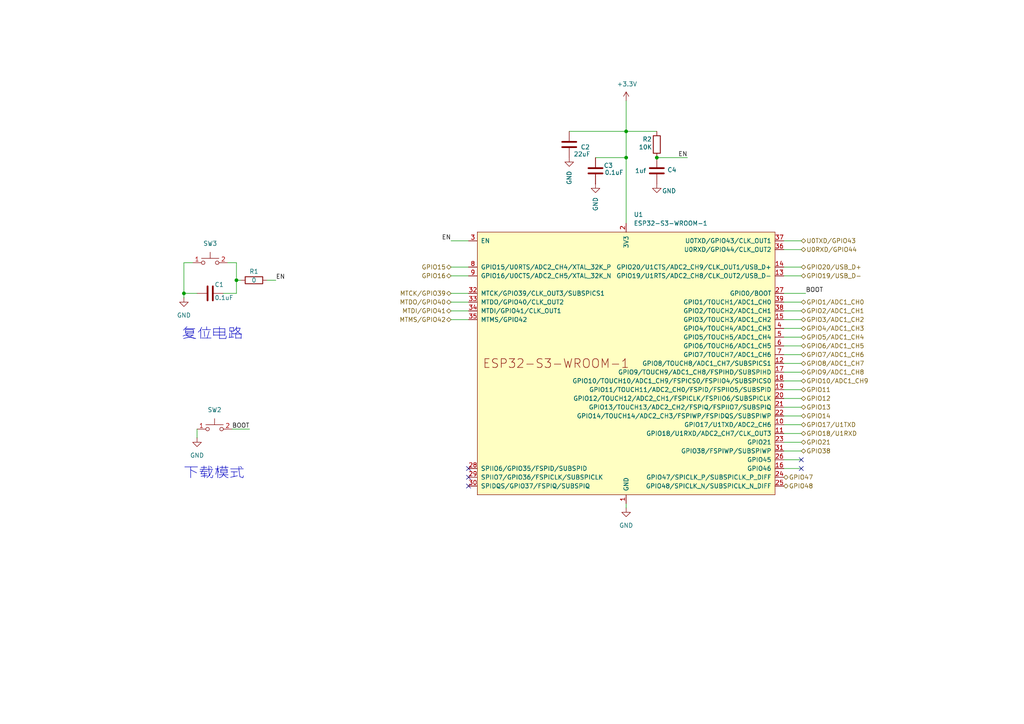
<source format=kicad_sch>
(kicad_sch (version 20250114) (generator "eeschema") (generator_version "9.0")
  (paper "A4")
  (lib_symbols
    (symbol "EXT_Switch:SW_Push"
      (property "Reference" "U" (at 0 0 0))
      (symbol "SW_Push_0_1"
        (circle (center -2.032 2.54) (radius 0.508))
        (polyline (pts (xy 0 3.81) (xy 0 5.588)))
        (circle (center 2.032 2.54) (radius 0.508))
        (polyline (pts (xy 2.54 3.81) (xy -2.54 3.81)))
        (pin passive line (at -5.08 2.54 0) (length 2.54) (name "") (number "1"))
        (pin passive line (at 5.08 2.54 180) (length 2.54) (name "") (number "2"))
      )
    )
    (symbol "Library:+3.3V" (power) (pin_numbers (hide yes)) (pin_names (offset 0) (hide yes))
      (property "Value" "+3.3V" (at 0 3.556 0))
      (symbol "+3.3V_0_1"
        (polyline (pts (xy -0.762 1.27) (xy 0 2.54)))
        (polyline (pts (xy 0 2.54) (xy 0.762 1.27)))
        (polyline (pts (xy 0 0) (xy 0 2.54)))
      )
      (symbol "+3.3V_1_1"
        (pin power_in line (at 0 0 90) (length 0) (name "~") (number "1"))
      )
    )
    (symbol "Library:C" (pin_numbers (hide yes)) (pin_names (offset 0.254))
      (property "Reference" "C" (at 0.635 2.54 0))
      (property "Value" "C" (at 0.635 -2.54 0))
      (symbol "C_0_1"
        (polyline (pts (xy -2.032 0.762) (xy 2.032 0.762)) (stroke (width 0.508)))
        (polyline (pts (xy -2.032 -0.762) (xy 2.032 -0.762)) (stroke (width 0.508)))
      )
      (symbol "C_1_1"
        (pin passive line (at 0 3.81 270) (length 2.794) (name "~") (number "1"))
        (pin passive line (at 0 -3.81 90) (length 2.794) (name "~") (number "2"))
      )
    )
    (symbol "Library:ESP32-S3-WROOM-1" (pin_names (offset 1.016))
      (property "Reference" "U" (at -43.18 43.18 0))
      (property "Value" "ESP32-S3-WROOM-1" (at -43.18 40.64 0))
      (symbol "ESP32-S3-WROOM-1_0_0"
        (text "ESP32-S3-WROOM-1" (at -20.32 0 0) (effects (font (size 2.54 2.54))))
        (pin input line (at -45.72 35.56 0) (length 2.54) (name "EN") (number "3"))
        (pin bidirectional line (at -45.72 27.94 0) (length 2.54) (name "GPIO15/U0RTS/ADC2_CH4/XTAL_32K_P") (number "8"))
        (pin bidirectional line (at -45.72 25.4 0) (length 2.54) (name "GPIO16/U0CTS/ADC2_CH5/XTAL_32K_N") (number "9"))
        (pin bidirectional line (at -45.72 20.32 0) (length 2.54) (name "MTCK/GPIO39/CLK_OUT3/SUBSPICS1") (number "32"))
        (pin bidirectional line (at -45.72 17.78 0) (length 2.54) (name "MTDO/GPIO40/CLK_OUT2") (number "33"))
        (pin bidirectional line (at -45.72 15.24 0) (length 2.54) (name "MTDI/GPIO41/CLK_OUT1") (number "34"))
        (pin bidirectional line (at -45.72 12.7 0) (length 2.54) (name "MTMS/GPIO42") (number "35"))
        (pin bidirectional line (at -45.72 -30.48 0) (length 2.54) (name "SPIIO6/GPIO35/FSPID/SUBSPID") (number "28"))
        (pin bidirectional line (at -45.72 -33.02 0) (length 2.54) (name "SPIIO7/GPIO36/FSPICLK/SUBSPICLK") (number "29"))
        (pin bidirectional line (at -45.72 -35.56 0) (length 2.54) (name "SPIDQS/GPIO37/FSPIQ/SUBSPIQ") (number "30"))
        (pin power_in line (at 0 40.64 270) (length 2.54) (name "3V3") (number "2"))
        (pin power_in line (at 0 -40.64 90) (length 2.54) (name "GND") (number "1"))
        (pin passive line (at 0 -40.64 90) (length 2.54) (hide yes) (name "GND") (number "40"))
        (pin passive line (at 0 -40.64 90) (length 2.54) (hide yes) (name "GND") (number "41"))
        (pin bidirectional line (at 45.72 35.56 180) (length 2.54) (name "U0TXD/GPIO43/CLK_OUT1") (number "37"))
        (pin bidirectional line (at 45.72 33.02 180) (length 2.54) (name "U0RXD/GPIO44/CLK_OUT2") (number "36"))
        (pin bidirectional line (at 45.72 27.94 180) (length 2.54) (name "GPIO20/U1CTS/ADC2_CH9/CLK_OUT1/USB_D+") (number "14"))
        (pin bidirectional line (at 45.72 25.4 180) (length 2.54) (name "GPIO19/U1RTS/ADC2_CH8/CLK_OUT2/USB_D-") (number "13"))
        (pin bidirectional line (at 45.72 20.32 180) (length 2.54) (name "GPIO0/BOOT") (number "27"))
        (pin bidirectional line (at 45.72 17.78 180) (length 2.54) (name "GPIO1/TOUCH1/ADC1_CH0") (number "39"))
        (pin bidirectional line (at 45.72 15.24 180) (length 2.54) (name "GPIO2/TOUCH2/ADC1_CH1") (number "38"))
        (pin bidirectional line (at 45.72 12.7 180) (length 2.54) (name "GPIO3/TOUCH3/ADC1_CH2") (number "15"))
        (pin bidirectional line (at 45.72 10.16 180) (length 2.54) (name "GPIO4/TOUCH4/ADC1_CH3") (number "4"))
        (pin bidirectional line (at 45.72 7.62 180) (length 2.54) (name "GPIO5/TOUCH5/ADC1_CH4") (number "5"))
        (pin bidirectional line (at 45.72 5.08 180) (length 2.54) (name "GPIO6/TOUCH6/ADC1_CH5") (number "6"))
        (pin bidirectional line (at 45.72 2.54 180) (length 2.54) (name "GPIO7/TOUCH7/ADC1_CH6") (number "7"))
        (pin bidirectional line (at 45.72 0 180) (length 2.54) (name "GPIO8/TOUCH8/ADC1_CH7/SUBSPICS1") (number "12"))
        (pin bidirectional line (at 45.72 -2.54 180) (length 2.54) (name "GPIO9/TOUCH9/ADC1_CH8/FSPIHD/SUBSPIHD") (number "17"))
        (pin bidirectional line (at 45.72 -5.08 180) (length 2.54) (name "GPIO10/TOUCH10/ADC1_CH9/FSPICS0/FSPIIO4/SUBSPICS0") (number "18"))
        (pin bidirectional line (at 45.72 -7.62 180) (length 2.54) (name "GPIO11/TOUCH11/ADC2_CH0/FSPID/FSPIIO5/SUBSPID") (number "19"))
        (pin bidirectional line (at 45.72 -10.16 180) (length 2.54) (name "GPIO12/TOUCH12/ADC2_CH1/FSPICLK/FSPIIO6/SUBSPICLK") (number "20"))
        (pin bidirectional line (at 45.72 -12.7 180) (length 2.54) (name "GPIO13/TOUCH13/ADC2_CH2/FSPIQ/FSPIIO7/SUBSPIQ") (number "21"))
        (pin bidirectional line (at 45.72 -15.24 180) (length 2.54) (name "GPIO14/TOUCH14/ADC2_CH3/FSPIWP/FSPIDQS/SUBSPIWP") (number "22"))
        (pin bidirectional line (at 45.72 -17.78 180) (length 2.54) (name "GPIO17/U1TXD/ADC2_CH6") (number "10"))
        (pin bidirectional line (at 45.72 -20.32 180) (length 2.54) (name "GPIO18/U1RXD/ADC2_CH7/CLK_OUT3") (number "11"))
        (pin bidirectional line (at 45.72 -22.86 180) (length 2.54) (name "GPIO21") (number "23"))
        (pin bidirectional line (at 45.72 -25.4 180) (length 2.54) (name "GPIO38/FSPIWP/SUBSPIWP") (number "31"))
        (pin bidirectional line (at 45.72 -27.94 180) (length 2.54) (name "GPIO45") (number "26"))
        (pin bidirectional line (at 45.72 -30.48 180) (length 2.54) (name "GPIO46") (number "16"))
        (pin bidirectional line (at 45.72 -33.02 180) (length 2.54) (name "GPIO47/SPICLK_P/SUBSPICLK_P_DIFF") (number "24"))
        (pin bidirectional line (at 45.72 -35.56 180) (length 2.54) (name "GPIO48/SPICLK_N/SUBSPICLK_N_DIFF") (number "25"))
      )
      (symbol "ESP32-S3-WROOM-1_0_1"
        (rectangle (start -43.18 38.1) (end 43.18 -38.1) (fill (type background)))
      )
    )
    (symbol "Library:GND" (power) (pin_numbers (hide yes)) (pin_names (offset 0) (hide yes))
      (property "Value" "GND" (at 0 -3.81 0))
      (symbol "GND_0_1"
        (polyline (pts (xy 0 0) (xy 0 -1.27) (xy 1.27 -1.27) (xy 0 -2.54) (xy -1.27 -1.27) (xy 0 -1.27)))
      )
      (symbol "GND_1_1"
        (pin power_in line (at 0 0 270) (length 0) (name "~") (number "1"))
      )
    )
    (symbol "Library:R" (pin_numbers (hide yes)) (pin_names (offset 0))
      (property "Reference" "R" (at 2.032 0 90))
      (property "Value" "R" (at 0 0 90))
      (symbol "R_0_1"
        (rectangle (start -1.016 -2.54) (end 1.016 2.54) (stroke (width 0.254)))
      )
      (symbol "R_1_1"
        (pin passive line (at 0 3.81 270) (length 1.27) (name "~") (number "1"))
        (pin passive line (at 0 -3.81 90) (length 1.27) (name "~") (number "2"))
      )
    )
  )
  (text "下载模式" (at 71.12 139.192 0) (effects (font (size 3 3)) (justify right bottom)))
  (text "复位电路\n" (at 70.612 98.806 0) (effects (font (size 3 3)) (justify right bottom)))
  (junction (at 190.5 45.72))
  (junction (at 181.61 45.72))
  (junction (at 53.34 85.09))
  (junction (at 181.61 38.1))
  (junction (at 68.58 81.28))
  (no_connect (at 232.41 135.89))
  (no_connect (at 135.89 138.43))
  (no_connect (at 135.89 135.89))
  (no_connect (at 232.41 133.35))
  (no_connect (at 135.89 140.97))
  (wire (pts (xy 181.61 38.1) (xy 181.61 45.72)))
  (wire (pts (xy 232.41 128.27) (xy 227.33 128.27)))
  (wire (pts (xy 232.41 115.57) (xy 227.33 115.57)))
  (wire (pts (xy 227.33 85.09) (xy 233.68 85.09)))
  (wire (pts (xy 130.81 90.17) (xy 135.89 90.17)))
  (wire (pts (xy 68.58 81.28) (xy 69.85 81.28)))
  (wire (pts (xy 232.41 69.85) (xy 227.33 69.85)))
  (wire (pts (xy 232.41 80.01) (xy 227.33 80.01)))
  (wire (pts (xy 232.41 90.17) (xy 227.33 90.17)))
  (wire (pts (xy 232.41 123.19) (xy 227.33 123.19)))
  (wire (pts (xy 181.61 45.72) (xy 181.61 64.77)))
  (wire (pts (xy 232.41 118.11) (xy 227.33 118.11)))
  (wire (pts (xy 232.41 97.79) (xy 227.33 97.79)))
  (wire (pts (xy 232.41 107.95) (xy 227.33 107.95)))
  (wire (pts (xy 232.41 113.03) (xy 227.33 113.03)))
  (wire (pts (xy 232.41 72.39) (xy 227.33 72.39)))
  (wire (pts (xy 130.81 80.01) (xy 135.89 80.01)))
  (wire (pts (xy 80.01 81.28) (xy 77.47 81.28)))
  (wire (pts (xy 232.41 77.47) (xy 227.33 77.47)))
  (wire (pts (xy 181.61 38.1) (xy 190.5 38.1)))
  (wire (pts (xy 130.81 69.85) (xy 135.89 69.85)))
  (wire (pts (xy 232.41 125.73) (xy 227.33 125.73)))
  (wire (pts (xy 232.41 105.41) (xy 227.33 105.41)))
  (wire (pts (xy 232.41 110.49) (xy 227.33 110.49)))
  (wire (pts (xy 232.41 100.33) (xy 227.33 100.33)))
  (wire (pts (xy 232.41 87.63) (xy 227.33 87.63)))
  (wire (pts (xy 68.58 76.2) (xy 68.58 81.28)))
  (wire (pts (xy 130.81 77.47) (xy 135.89 77.47)))
  (wire (pts (xy 232.41 133.35) (xy 227.33 133.35)))
  (wire (pts (xy 232.41 95.25) (xy 227.33 95.25)))
  (wire (pts (xy 57.15 85.09) (xy 53.34 85.09)))
  (wire (pts (xy 232.41 92.71) (xy 227.33 92.71)))
  (wire (pts (xy 232.41 120.65) (xy 227.33 120.65)))
  (wire (pts (xy 66.04 76.2) (xy 68.58 76.2)))
  (wire (pts (xy 53.34 76.2) (xy 55.88 76.2)))
  (wire (pts (xy 130.81 92.71) (xy 135.89 92.71)))
  (wire (pts (xy 68.58 85.09) (xy 64.77 85.09)))
  (wire (pts (xy 190.5 45.72) (xy 199.39 45.72)))
  (wire (pts (xy 53.34 86.36) (xy 53.34 85.09)))
  (wire (pts (xy 130.81 87.63) (xy 135.89 87.63)))
  (wire (pts (xy 232.41 135.89) (xy 227.33 135.89)))
  (wire (pts (xy 53.34 85.09) (xy 53.34 76.2)))
  (wire (pts (xy 232.41 102.87) (xy 227.33 102.87)))
  (wire (pts (xy 181.61 29.21) (xy 181.61 38.1)))
  (wire (pts (xy 165.1 38.1) (xy 181.61 38.1)))
  (wire (pts (xy 57.15 127) (xy 57.15 124.46)))
  (wire (pts (xy 130.81 85.09) (xy 135.89 85.09)))
  (wire (pts (xy 232.41 130.81) (xy 227.33 130.81)))
  (wire (pts (xy 181.61 147.32) (xy 181.61 146.05)))
  (wire (pts (xy 172.72 45.72) (xy 181.61 45.72)))
  (wire (pts (xy 72.39 124.46) (xy 67.31 124.46)))
  (wire (pts (xy 68.58 81.28) (xy 68.58 85.09)))
  (label "BOOT" (at 72.39 124.46 180))
  (label "EN" (at 80.01 81.28 0))
  (label "EN" (at 130.81 69.85 180))
  (label "BOOT" (at 233.68 85.09 0))
  (label "EN" (at 199.39 45.72 180))
  (hierarchical_label "MTMS/GPIO42" (shape bidirectional) (at 130.81 92.71 180))
  (hierarchical_label "GPIO7{slash}ADC1_CH6" (shape bidirectional) (at 232.41 102.87 0))
  (hierarchical_label "GPIO10{slash}ADC1_CH9" (shape bidirectional) (at 232.41 110.49 0))
  (hierarchical_label "GPIO13" (shape bidirectional) (at 232.41 118.11 0))
  (hierarchical_label "GPIO4{slash}ADC1_CH3" (shape bidirectional) (at 232.41 95.25 0))
  (hierarchical_label "MTDO{slash}GPIO40" (shape bidirectional) (at 130.81 87.63 180))
  (hierarchical_label "GPIO38" (shape bidirectional) (at 232.41 130.81 0))
  (hierarchical_label "GPIO16" (shape bidirectional) (at 130.81 80.01 180))
  (hierarchical_label "GPIO15" (shape bidirectional) (at 130.81 77.47 180))
  (hierarchical_label "GPIO19{slash}USB_D-" (shape bidirectional) (at 232.41 80.01 0))
  (hierarchical_label "GPIO1{slash}ADC1_CH0" (shape bidirectional) (at 232.41 87.63 0))
  (hierarchical_label "GPIO14" (shape bidirectional) (at 232.41 120.65 0))
  (hierarchical_label "GPIO48" (shape bidirectional) (at 227.33 140.97 0))
  (hierarchical_label "GPIO47" (shape bidirectional) (at 227.33 138.43 0))
  (hierarchical_label "GPIO21" (shape bidirectional) (at 232.41 128.27 0))
  (hierarchical_label "GPIO8{slash}ADC1_CH7" (shape bidirectional) (at 232.41 105.41 0))
  (hierarchical_label "GPIO11" (shape bidirectional) (at 232.41 113.03 0))
  (hierarchical_label "MTDI{slash}GPIO41" (shape bidirectional) (at 130.81 90.17 180))
  (hierarchical_label "GPIO5{slash}ADC1_CH4" (shape bidirectional) (at 232.41 97.79 0))
  (hierarchical_label "U0RXD{slash}GPIO44" (shape bidirectional) (at 232.41 72.39 0))
  (hierarchical_label "GPIO18{slash}U1RXD" (shape bidirectional) (at 232.41 125.73 0))
  (hierarchical_label "GPIO12" (shape bidirectional) (at 232.41 115.57 0))
  (hierarchical_label "GPIO3{slash}ADC1_CH2" (shape bidirectional) (at 232.41 92.71 0))
  (hierarchical_label "GPIO17{slash}U1TXD" (shape bidirectional) (at 232.41 123.19 0))
  (hierarchical_label "GPIO2{slash}ADC1_CH1" (shape bidirectional) (at 232.41 90.17 0))
  (hierarchical_label "GPIO9{slash}ADC1_CH8" (shape bidirectional) (at 232.41 107.95 0))
  (hierarchical_label "GPIO20{slash}USB_D+" (shape bidirectional) (at 232.41 77.47 0))
  (hierarchical_label "U0TXD{slash}GPIO43" (shape bidirectional) (at 232.41 69.85 0))
  (hierarchical_label "GPIO6{slash}ADC1_CH5" (shape bidirectional) (at 232.41 100.33 0))
  (hierarchical_label "MTCK{slash}GPIO39" (shape bidirectional) (at 130.81 85.09 180))
  (symbol (lib_id "Library:GND") (at 172.72 53.34 0) (unit 1)
    (property "Reference" "#PWR04" (effects (hide yes)))
    (property "Value" "GND" (at 172.72 57.15 90) (effects (justify right)))
  )
  (symbol (lib_id "Library:R") (at 73.66 81.28 90) (unit 1)
    (property "Reference" "R1" (at 73.66 78.74 90))
    (property "Value" "0" (at 73.66 81.28 90))
    (property "Footprint" "Resistor_SMD:R_0603_1608Metric" (effects (hide yes)))
  )
  (symbol (lib_id "Library:GND") (at 53.34 86.36 0) (unit 1)
    (property "Reference" "#PWR01" (effects (hide yes)))
    (property "Value" "GND" (at 53.34 91.44 0))
  )
  (symbol (lib_id "Library:GND") (at 57.15 127 0) (unit 1)
    (property "Reference" "#PWR02" (effects (hide yes)))
    (property "Value" "GND" (at 57.15 132.08 0))
  )
  (symbol (lib_id "Library:R") (at 190.5 41.91 180) (unit 1)
    (property "Reference" "R2" (at 187.706 40.386 0))
    (property "Value" "10K" (at 187.198 42.672 0))
    (property "Footprint" "Resistor_SMD:R_0603_1608Metric" (effects (hide yes)))
  )
  (symbol (lib_id "Library:+3.3V") (at 181.61 29.21 0) (mirror y) (unit 1)
    (property "Reference" "#PWR05" (effects (hide yes)))
    (property "Value" "+3.3V" (at 181.864 24.384 0))
  )
  (symbol (lib_id "EXT_Switch:SW_Push") (at 60.96 78.74 0) (unit 1)
    (property "Reference" "SW3" (at 60.96 70.612 0))
    (property "Value" "~" (at 60.96 71.12 0))
    (property "Footprint" "EXT_Switch_THT:SW_Push_1P1T_NO_6x6mm" (effects (hide yes)))
  )
  (symbol (lib_id "EXT_Switch:SW_Push") (at 62.23 127 0) (unit 1)
    (property "Reference" "SW2" (at 62.23 118.872 0))
    (property "Value" "~" (at 62.23 119.38 0))
    (property "Footprint" "EXT_Switch_THT:SW_Push_1P1T_NO_6x6mm" (effects (hide yes)))
  )
  (symbol (lib_id "Library:C") (at 165.1 41.91 0) (unit 1)
    (property "Reference" "C2" (at 168.402 42.672 0) (effects (justify left)))
    (property "Value" "22uF" (at 166.37 44.704 0) (effects (justify left)))
    (property "Footprint" "Capacitor_SMD:C_0603_1608Metric" (effects (hide yes)))
  )
  (symbol (lib_id "Library:C") (at 190.5 49.53 0) (unit 1)
    (property "Reference" "C4" (at 193.548 49.276 0) (effects (justify left)))
    (property "Value" "1uf" (at 184.15 49.53 0) (effects (justify left)))
    (property "Footprint" "Capacitor_SMD:C_0603_1608Metric" (effects (hide yes)))
  )
  (symbol (lib_id "Library:C") (at 172.72 49.53 180) (unit 1)
    (property "Reference" "C3" (at 177.8 48.006 0) (effects (justify left)))
    (property "Value" "0.1uF" (at 180.848 50.038 0) (effects (justify left)))
    (property "Footprint" "Capacitor_SMD:C_0603_1608Metric" (effects (hide yes)))
  )
  (symbol (lib_id "Library:ESP32-S3-WROOM-1") (at 181.61 105.41 0) (unit 1)
    (property "Reference" "U1" (at 183.8041 62.23 0) (effects (justify left)))
    (property "Value" "ESP32-S3-WROOM-1" (at 183.8041 64.77 0) (effects (justify left)))
    (property "Footprint" "RF_Module:ESP32-S3-WROOM-1" (effects (hide yes)))
    (property "Datasheet" "https://www.espressif.com/sites/default/files/documentation/esp32-s3-wroom-1_wroom-1u_datasheet_en.pdf" (effects (hide yes)))
  )
  (symbol (lib_id "Library:GND") (at 190.5 53.34 0) (unit 1)
    (property "Reference" "#PWR07" (effects (hide yes)))
    (property "Value" "GND" (at 194.056 55.372 0))
  )
  (symbol (lib_id "Library:GND") (at 165.1 45.72 0) (unit 1)
    (property "Reference" "#PWR03" (effects (hide yes)))
    (property "Value" "GND" (at 165.1 49.53 90) (effects (justify right)))
  )
  (symbol (lib_id "Library:GND") (at 181.61 147.32 0) (unit 1)
    (property "Reference" "#PWR06" (effects (hide yes)))
    (property "Value" "GND" (at 181.61 152.4 0))
  )
  (symbol (lib_id "Library:C") (at 60.96 85.09 270) (unit 1)
    (property "Reference" "C1" (at 62.23 82.55 90) (effects (justify left)))
    (property "Value" "0.1uF" (at 62.23 86.36 90) (effects (justify left)))
    (property "Footprint" "Capacitor_SMD:C_0603_1608Metric" (effects (hide yes)))
  )
)
</source>
